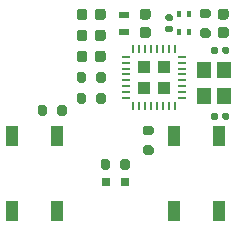
<source format=gbr>
%TF.GenerationSoftware,KiCad,Pcbnew,(5.1.7)-1*%
%TF.CreationDate,2020-10-27T00:37:30-04:00*%
%TF.ProjectId,esp8285bee,65737038-3238-4356-9265-652e6b696361,rev?*%
%TF.SameCoordinates,Original*%
%TF.FileFunction,Paste,Top*%
%TF.FilePolarity,Positive*%
%FSLAX46Y46*%
G04 Gerber Fmt 4.6, Leading zero omitted, Abs format (unit mm)*
G04 Created by KiCad (PCBNEW (5.1.7)-1) date 2020-10-27 00:37:30*
%MOMM*%
%LPD*%
G01*
G04 APERTURE LIST*
%ADD10R,0.800000X0.800000*%
%ADD11R,0.900000X0.500000*%
%ADD12R,0.400000X0.600000*%
%ADD13R,1.000000X1.700000*%
%ADD14R,0.250000X0.700000*%
%ADD15R,0.700000X0.250000*%
%ADD16R,1.035000X1.035000*%
%ADD17R,1.200000X1.400000*%
G04 APERTURE END LIST*
%TO.C,C1*%
G36*
G01*
X110994000Y-70821000D02*
X110494000Y-70821000D01*
G75*
G02*
X110269000Y-70596000I0J225000D01*
G01*
X110269000Y-70146000D01*
G75*
G02*
X110494000Y-69921000I225000J0D01*
G01*
X110994000Y-69921000D01*
G75*
G02*
X111219000Y-70146000I0J-225000D01*
G01*
X111219000Y-70596000D01*
G75*
G02*
X110994000Y-70821000I-225000J0D01*
G01*
G37*
G36*
G01*
X110994000Y-69271000D02*
X110494000Y-69271000D01*
G75*
G02*
X110269000Y-69046000I0J225000D01*
G01*
X110269000Y-68596000D01*
G75*
G02*
X110494000Y-68371000I225000J0D01*
G01*
X110994000Y-68371000D01*
G75*
G02*
X111219000Y-68596000I0J-225000D01*
G01*
X111219000Y-69046000D01*
G75*
G02*
X110994000Y-69271000I-225000J0D01*
G01*
G37*
%TD*%
%TO.C,C2*%
G36*
G01*
X99243000Y-72140000D02*
X99243000Y-72640000D01*
G75*
G02*
X99018000Y-72865000I-225000J0D01*
G01*
X98568000Y-72865000D01*
G75*
G02*
X98343000Y-72640000I0J225000D01*
G01*
X98343000Y-72140000D01*
G75*
G02*
X98568000Y-71915000I225000J0D01*
G01*
X99018000Y-71915000D01*
G75*
G02*
X99243000Y-72140000I0J-225000D01*
G01*
G37*
G36*
G01*
X100793000Y-72140000D02*
X100793000Y-72640000D01*
G75*
G02*
X100568000Y-72865000I-225000J0D01*
G01*
X100118000Y-72865000D01*
G75*
G02*
X99893000Y-72640000I0J225000D01*
G01*
X99893000Y-72140000D01*
G75*
G02*
X100118000Y-71915000I225000J0D01*
G01*
X100568000Y-71915000D01*
G75*
G02*
X100793000Y-72140000I0J-225000D01*
G01*
G37*
%TD*%
%TO.C,C3*%
G36*
G01*
X99243000Y-68584000D02*
X99243000Y-69084000D01*
G75*
G02*
X99018000Y-69309000I-225000J0D01*
G01*
X98568000Y-69309000D01*
G75*
G02*
X98343000Y-69084000I0J225000D01*
G01*
X98343000Y-68584000D01*
G75*
G02*
X98568000Y-68359000I225000J0D01*
G01*
X99018000Y-68359000D01*
G75*
G02*
X99243000Y-68584000I0J-225000D01*
G01*
G37*
G36*
G01*
X100793000Y-68584000D02*
X100793000Y-69084000D01*
G75*
G02*
X100568000Y-69309000I-225000J0D01*
G01*
X100118000Y-69309000D01*
G75*
G02*
X99893000Y-69084000I0J225000D01*
G01*
X99893000Y-68584000D01*
G75*
G02*
X100118000Y-68359000I225000J0D01*
G01*
X100568000Y-68359000D01*
G75*
G02*
X100793000Y-68584000I0J-225000D01*
G01*
G37*
%TD*%
%TO.C,C4*%
G36*
G01*
X100793000Y-70362000D02*
X100793000Y-70862000D01*
G75*
G02*
X100568000Y-71087000I-225000J0D01*
G01*
X100118000Y-71087000D01*
G75*
G02*
X99893000Y-70862000I0J225000D01*
G01*
X99893000Y-70362000D01*
G75*
G02*
X100118000Y-70137000I225000J0D01*
G01*
X100568000Y-70137000D01*
G75*
G02*
X100793000Y-70362000I0J-225000D01*
G01*
G37*
G36*
G01*
X99243000Y-70362000D02*
X99243000Y-70862000D01*
G75*
G02*
X99018000Y-71087000I-225000J0D01*
G01*
X98568000Y-71087000D01*
G75*
G02*
X98343000Y-70862000I0J225000D01*
G01*
X98343000Y-70362000D01*
G75*
G02*
X98568000Y-70137000I225000J0D01*
G01*
X99018000Y-70137000D01*
G75*
G02*
X99243000Y-70362000I0J-225000D01*
G01*
G37*
%TD*%
%TO.C,C5*%
G36*
G01*
X104390000Y-70821000D02*
X103890000Y-70821000D01*
G75*
G02*
X103665000Y-70596000I0J225000D01*
G01*
X103665000Y-70146000D01*
G75*
G02*
X103890000Y-69921000I225000J0D01*
G01*
X104390000Y-69921000D01*
G75*
G02*
X104615000Y-70146000I0J-225000D01*
G01*
X104615000Y-70596000D01*
G75*
G02*
X104390000Y-70821000I-225000J0D01*
G01*
G37*
G36*
G01*
X104390000Y-69271000D02*
X103890000Y-69271000D01*
G75*
G02*
X103665000Y-69046000I0J225000D01*
G01*
X103665000Y-68596000D01*
G75*
G02*
X103890000Y-68371000I225000J0D01*
G01*
X104390000Y-68371000D01*
G75*
G02*
X104615000Y-68596000I0J-225000D01*
G01*
X104615000Y-69046000D01*
G75*
G02*
X104390000Y-69271000I-225000J0D01*
G01*
G37*
%TD*%
%TO.C,C8*%
G36*
G01*
X106342000Y-70356000D02*
X106002000Y-70356000D01*
G75*
G02*
X105862000Y-70216000I0J140000D01*
G01*
X105862000Y-69936000D01*
G75*
G02*
X106002000Y-69796000I140000J0D01*
G01*
X106342000Y-69796000D01*
G75*
G02*
X106482000Y-69936000I0J-140000D01*
G01*
X106482000Y-70216000D01*
G75*
G02*
X106342000Y-70356000I-140000J0D01*
G01*
G37*
G36*
G01*
X106342000Y-69396000D02*
X106002000Y-69396000D01*
G75*
G02*
X105862000Y-69256000I0J140000D01*
G01*
X105862000Y-68976000D01*
G75*
G02*
X106002000Y-68836000I140000J0D01*
G01*
X106342000Y-68836000D01*
G75*
G02*
X106482000Y-68976000I0J-140000D01*
G01*
X106482000Y-69256000D01*
G75*
G02*
X106342000Y-69396000I-140000J0D01*
G01*
G37*
%TD*%
D10*
%TO.C,D1*%
X102400000Y-83058000D03*
X100800000Y-83058000D03*
%TD*%
D11*
%TO.C,L1*%
X102362000Y-70346000D03*
X102362000Y-68846000D03*
%TD*%
D12*
%TO.C,L2*%
X107892000Y-70358000D03*
X106992000Y-70358000D03*
%TD*%
%TO.C,L3*%
X106992000Y-68834000D03*
X107892000Y-68834000D03*
%TD*%
%TO.C,R1*%
G36*
G01*
X95841000Y-76687000D02*
X95841000Y-77237000D01*
G75*
G02*
X95641000Y-77437000I-200000J0D01*
G01*
X95241000Y-77437000D01*
G75*
G02*
X95041000Y-77237000I0J200000D01*
G01*
X95041000Y-76687000D01*
G75*
G02*
X95241000Y-76487000I200000J0D01*
G01*
X95641000Y-76487000D01*
G75*
G02*
X95841000Y-76687000I0J-200000D01*
G01*
G37*
G36*
G01*
X97491000Y-76687000D02*
X97491000Y-77237000D01*
G75*
G02*
X97291000Y-77437000I-200000J0D01*
G01*
X96891000Y-77437000D01*
G75*
G02*
X96691000Y-77237000I0J200000D01*
G01*
X96691000Y-76687000D01*
G75*
G02*
X96891000Y-76487000I200000J0D01*
G01*
X97291000Y-76487000D01*
G75*
G02*
X97491000Y-76687000I0J-200000D01*
G01*
G37*
%TD*%
%TO.C,R2*%
G36*
G01*
X109495000Y-70821000D02*
X108945000Y-70821000D01*
G75*
G02*
X108745000Y-70621000I0J200000D01*
G01*
X108745000Y-70221000D01*
G75*
G02*
X108945000Y-70021000I200000J0D01*
G01*
X109495000Y-70021000D01*
G75*
G02*
X109695000Y-70221000I0J-200000D01*
G01*
X109695000Y-70621000D01*
G75*
G02*
X109495000Y-70821000I-200000J0D01*
G01*
G37*
G36*
G01*
X109495000Y-69171000D02*
X108945000Y-69171000D01*
G75*
G02*
X108745000Y-68971000I0J200000D01*
G01*
X108745000Y-68571000D01*
G75*
G02*
X108945000Y-68371000I200000J0D01*
G01*
X109495000Y-68371000D01*
G75*
G02*
X109695000Y-68571000I0J-200000D01*
G01*
X109695000Y-68971000D01*
G75*
G02*
X109495000Y-69171000I-200000J0D01*
G01*
G37*
%TD*%
%TO.C,R3*%
G36*
G01*
X104119000Y-78277000D02*
X104669000Y-78277000D01*
G75*
G02*
X104869000Y-78477000I0J-200000D01*
G01*
X104869000Y-78877000D01*
G75*
G02*
X104669000Y-79077000I-200000J0D01*
G01*
X104119000Y-79077000D01*
G75*
G02*
X103919000Y-78877000I0J200000D01*
G01*
X103919000Y-78477000D01*
G75*
G02*
X104119000Y-78277000I200000J0D01*
G01*
G37*
G36*
G01*
X104119000Y-79927000D02*
X104669000Y-79927000D01*
G75*
G02*
X104869000Y-80127000I0J-200000D01*
G01*
X104869000Y-80527000D01*
G75*
G02*
X104669000Y-80727000I-200000J0D01*
G01*
X104119000Y-80727000D01*
G75*
G02*
X103919000Y-80527000I0J200000D01*
G01*
X103919000Y-80127000D01*
G75*
G02*
X104119000Y-79927000I200000J0D01*
G01*
G37*
%TD*%
%TO.C,R4*%
G36*
G01*
X99993000Y-74443000D02*
X99993000Y-73893000D01*
G75*
G02*
X100193000Y-73693000I200000J0D01*
G01*
X100593000Y-73693000D01*
G75*
G02*
X100793000Y-73893000I0J-200000D01*
G01*
X100793000Y-74443000D01*
G75*
G02*
X100593000Y-74643000I-200000J0D01*
G01*
X100193000Y-74643000D01*
G75*
G02*
X99993000Y-74443000I0J200000D01*
G01*
G37*
G36*
G01*
X98343000Y-74443000D02*
X98343000Y-73893000D01*
G75*
G02*
X98543000Y-73693000I200000J0D01*
G01*
X98943000Y-73693000D01*
G75*
G02*
X99143000Y-73893000I0J-200000D01*
G01*
X99143000Y-74443000D01*
G75*
G02*
X98943000Y-74643000I-200000J0D01*
G01*
X98543000Y-74643000D01*
G75*
G02*
X98343000Y-74443000I0J200000D01*
G01*
G37*
%TD*%
%TO.C,R6*%
G36*
G01*
X102025000Y-81809000D02*
X102025000Y-81259000D01*
G75*
G02*
X102225000Y-81059000I200000J0D01*
G01*
X102625000Y-81059000D01*
G75*
G02*
X102825000Y-81259000I0J-200000D01*
G01*
X102825000Y-81809000D01*
G75*
G02*
X102625000Y-82009000I-200000J0D01*
G01*
X102225000Y-82009000D01*
G75*
G02*
X102025000Y-81809000I0J200000D01*
G01*
G37*
G36*
G01*
X100375000Y-81809000D02*
X100375000Y-81259000D01*
G75*
G02*
X100575000Y-81059000I200000J0D01*
G01*
X100975000Y-81059000D01*
G75*
G02*
X101175000Y-81259000I0J-200000D01*
G01*
X101175000Y-81809000D01*
G75*
G02*
X100975000Y-82009000I-200000J0D01*
G01*
X100575000Y-82009000D01*
G75*
G02*
X100375000Y-81809000I0J200000D01*
G01*
G37*
%TD*%
%TO.C,R7*%
G36*
G01*
X100793000Y-75671000D02*
X100793000Y-76221000D01*
G75*
G02*
X100593000Y-76421000I-200000J0D01*
G01*
X100193000Y-76421000D01*
G75*
G02*
X99993000Y-76221000I0J200000D01*
G01*
X99993000Y-75671000D01*
G75*
G02*
X100193000Y-75471000I200000J0D01*
G01*
X100593000Y-75471000D01*
G75*
G02*
X100793000Y-75671000I0J-200000D01*
G01*
G37*
G36*
G01*
X99143000Y-75671000D02*
X99143000Y-76221000D01*
G75*
G02*
X98943000Y-76421000I-200000J0D01*
G01*
X98543000Y-76421000D01*
G75*
G02*
X98343000Y-76221000I0J200000D01*
G01*
X98343000Y-75671000D01*
G75*
G02*
X98543000Y-75471000I200000J0D01*
G01*
X98943000Y-75471000D01*
G75*
G02*
X99143000Y-75671000I0J-200000D01*
G01*
G37*
%TD*%
D13*
%TO.C,SW1*%
X92842000Y-85446000D03*
X92842000Y-79146000D03*
X96642000Y-85446000D03*
X96642000Y-79146000D03*
%TD*%
%TO.C,SW2*%
X110358000Y-79146000D03*
X110358000Y-85446000D03*
X106558000Y-79146000D03*
X106558000Y-85446000D03*
%TD*%
D14*
%TO.C,U1*%
X106652000Y-71768000D03*
X106152000Y-71768000D03*
X105652000Y-71768000D03*
X105152000Y-71768000D03*
X104652000Y-71768000D03*
X104152000Y-71768000D03*
X103652000Y-71768000D03*
X103152000Y-71768000D03*
D15*
X102502000Y-72418000D03*
X102502000Y-72918000D03*
X102502000Y-73418000D03*
X102502000Y-73918000D03*
X102502000Y-74418000D03*
X102502000Y-74918000D03*
X102502000Y-75418000D03*
X102502000Y-75918000D03*
D14*
X103152000Y-76568000D03*
X103652000Y-76568000D03*
X104152000Y-76568000D03*
X104652000Y-76568000D03*
X105152000Y-76568000D03*
X105652000Y-76568000D03*
X106152000Y-76568000D03*
X106652000Y-76568000D03*
D15*
X107302000Y-75918000D03*
X107302000Y-75418000D03*
X107302000Y-74918000D03*
X107302000Y-74418000D03*
X107302000Y-73918000D03*
X107302000Y-73418000D03*
X107302000Y-72918000D03*
X107302000Y-72418000D03*
D16*
X104039500Y-75030500D03*
X105764500Y-75030500D03*
X104039500Y-73305500D03*
X105764500Y-73305500D03*
%TD*%
D17*
%TO.C,Y1*%
X109132000Y-73576000D03*
X109132000Y-75776000D03*
X110832000Y-75776000D03*
X110832000Y-73576000D03*
%TD*%
%TO.C,C6*%
G36*
G01*
X109730000Y-72052000D02*
X109730000Y-71712000D01*
G75*
G02*
X109870000Y-71572000I140000J0D01*
G01*
X110150000Y-71572000D01*
G75*
G02*
X110290000Y-71712000I0J-140000D01*
G01*
X110290000Y-72052000D01*
G75*
G02*
X110150000Y-72192000I-140000J0D01*
G01*
X109870000Y-72192000D01*
G75*
G02*
X109730000Y-72052000I0J140000D01*
G01*
G37*
G36*
G01*
X110690000Y-72052000D02*
X110690000Y-71712000D01*
G75*
G02*
X110830000Y-71572000I140000J0D01*
G01*
X111110000Y-71572000D01*
G75*
G02*
X111250000Y-71712000I0J-140000D01*
G01*
X111250000Y-72052000D01*
G75*
G02*
X111110000Y-72192000I-140000J0D01*
G01*
X110830000Y-72192000D01*
G75*
G02*
X110690000Y-72052000I0J140000D01*
G01*
G37*
%TD*%
%TO.C,C7*%
G36*
G01*
X110290000Y-77300000D02*
X110290000Y-77640000D01*
G75*
G02*
X110150000Y-77780000I-140000J0D01*
G01*
X109870000Y-77780000D01*
G75*
G02*
X109730000Y-77640000I0J140000D01*
G01*
X109730000Y-77300000D01*
G75*
G02*
X109870000Y-77160000I140000J0D01*
G01*
X110150000Y-77160000D01*
G75*
G02*
X110290000Y-77300000I0J-140000D01*
G01*
G37*
G36*
G01*
X111250000Y-77300000D02*
X111250000Y-77640000D01*
G75*
G02*
X111110000Y-77780000I-140000J0D01*
G01*
X110830000Y-77780000D01*
G75*
G02*
X110690000Y-77640000I0J140000D01*
G01*
X110690000Y-77300000D01*
G75*
G02*
X110830000Y-77160000I140000J0D01*
G01*
X111110000Y-77160000D01*
G75*
G02*
X111250000Y-77300000I0J-140000D01*
G01*
G37*
%TD*%
M02*

</source>
